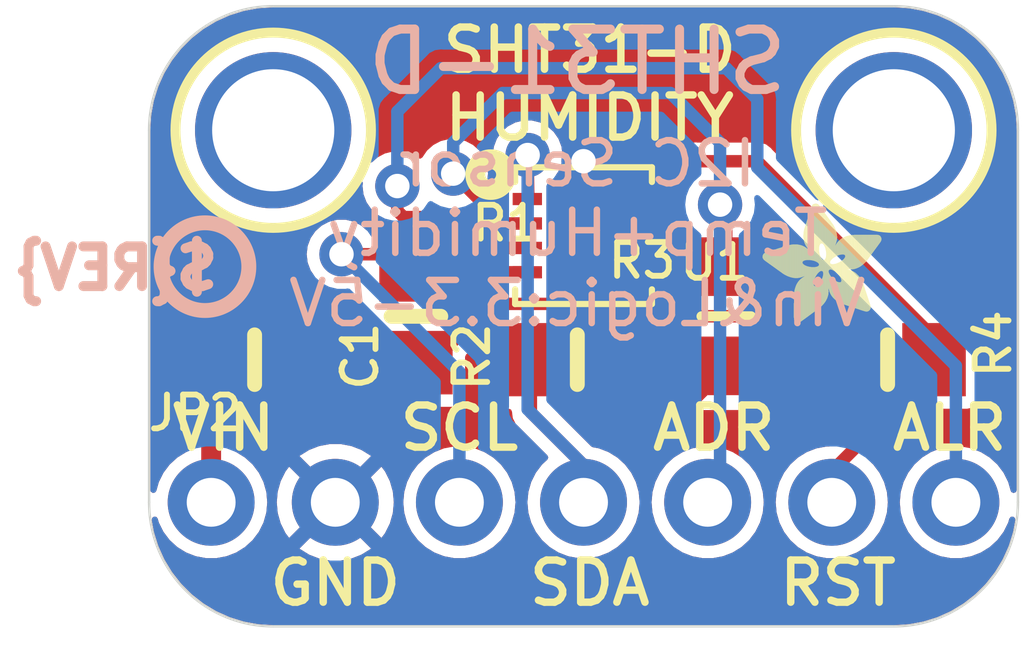
<source format=kicad_pcb>
(kicad_pcb (version 20221018) (generator pcbnew)
  (layers (0 "F.Cu" signal) (31 "B.Cu" signal) (34 "B.Paste" user) (35 "F.Paste" user) (36 "B.SilkS" user "B.Silkscreen") (37 "F.SilkS" user "F.Silkscreen") (38 "B.Mask" user) (39 "F.Mask" user) (44 "Edge.Cuts" user))
  (net 0 "")
  (net 1 "VDD")
  (net 2 "GND")
  (net 3 "SCL")
  (net 4 "SDA")
  (net 5 "ADDR")
  (net 6 "RST")
  (net 7 "ALERT")
  (footprint "working:0805-NO" (layer "F.Cu") (at 154.7241 105.8926)
    (fp_text reference "R4" (at 2.159 -1.0795 90) (layer "F.SilkS") (effects (font (size 0.692831 0.692831) (thickness 0.119969)) (justify right)))
    (fp_text value "10K")
    (pad "1" smd rect (at -0.95 0) (size 1.3 1.5) (layers "F.Cu" "F.Paste" "F.Mask") (net 1 "VDD"))
    (pad "2" smd rect (at 0.95 0) (size 1.3 1.5) (layers "F.Cu" "F.Paste" "F.Mask") (net 6 "RST"))
  )
  (footprint "working:1X07_ROUND_70" (layer "F.Cu") (at 148.5011 108.8136)
    (fp_text reference "JP2" (at -8.9662 -1.8288) (layer "F.SilkS") (effects (font (size 0.692831 0.692831) (thickness 0.119969)) (justify left)))
    (fp_text value "")
    (pad "1" thru_hole circle (at -7.62 0 90) (size 1.778 1.778) (drill 1) (layers "*.Cu" "*.Mask") (net 1 "VDD"))
    (pad "2" thru_hole circle (at -5.08 0 90) (size 1.778 1.778) (drill 1) (layers "*.Cu" "*.Mask") (net 2 "GND"))
    (pad "3" thru_hole circle (at -2.54 0 90) (size 1.778 1.778) (drill 1) (layers "*.Cu" "*.Mask") (net 3 "SCL"))
    (pad "4" thru_hole circle (at 0 0 90) (size 1.778 1.778) (drill 1) (layers "*.Cu" "*.Mask") (net 4 "SDA"))
    (pad "5" thru_hole circle (at 2.54 0 90) (size 1.778 1.778) (drill 1) (layers "*.Cu" "*.Mask") (net 5 "ADDR"))
    (pad "6" thru_hole circle (at 5.08 0 90) (size 1.778 1.778) (drill 1) (layers "*.Cu" "*.Mask") (net 6 "RST"))
    (pad "7" thru_hole circle (at 7.62 0 90) (size 1.778 1.778) (drill 1) (layers "*.Cu" "*.Mask") (net 7 "ALERT"))
  )
  (footprint "working:_0805MP" (layer "F.Cu") (at 151.4221 105.0036 -90)
    (fp_text reference "R3" (at -1.143 2.4765) (layer "F.SilkS") (effects (font (size 0.692831 0.692831) (thickness 0.119969)) (justify left)))
    (fp_text value "10K")
    (pad "1" smd rect (at -1.016 0 270) (size 1.2 1.3) (layers "F.Cu" "F.Paste" "F.Mask") (net 5 "ADDR"))
    (pad "2" smd rect (at 1.016 0 270) (size 1.2 1.3) (layers "F.Cu" "F.Paste" "F.Mask") (net 2 "GND"))
  )
  (footprint "working:FIDUCIAL_1MM" (layer "F.Cu") (at 156.3751 103.9876)
    (fp_text reference "FID3" hide)
    (fp_text value "FIDUCIAL\"\"" hide)
    (pad "1" smd roundrect (at 0 0) (size 1 1) (layers "F.Cu" "F.Mask") (roundrect_rratio 0.5))
  )
  (footprint "working:0805-NO" (layer "F.Cu") (at 141.7701 105.8926)
    (fp_text reference "C1" (at 2.159 -0.8255 90) (layer "F.SilkS") (effects (font (size 0.692831 0.692831) (thickness 0.119969)) (justify right)))
    (fp_text value "10uF")
    (pad "1" smd rect (at -0.95 0) (size 1.3 1.5) (layers "F.Cu" "F.Paste" "F.Mask") (net 1 "VDD"))
    (pad "2" smd rect (at 0.95 0) (size 1.3 1.5) (layers "F.Cu" "F.Paste" "F.Mask") (net 2 "GND"))
  )
  (footprint "working:FIDUCIAL_1MM" (layer "F.Cu") (at 140.7541 103.9876)
    (fp_text reference "FID2" hide)
    (fp_text value "FIDUCIAL\"\"" hide)
    (pad "1" smd roundrect (at 0 0) (size 1 1) (layers "F.Cu" "F.Mask") (roundrect_rratio 0.5))
  )
  (footprint "working:0805-NO" (layer "F.Cu") (at 148.3741 105.8926)
    (fp_text reference "R2" (at -2.159 0.6985 90) (layer "F.SilkS") (effects (font (size 0.692831 0.692831) (thickness 0.119969)) (justify left)))
    (fp_text value "10K")
    (pad "1" smd rect (at -0.95 0) (size 1.3 1.5) (layers "F.Cu" "F.Paste" "F.Mask") (net 4 "SDA"))
    (pad "2" smd rect (at 0.95 0) (size 1.3 1.5) (layers "F.Cu" "F.Paste" "F.Mask") (net 1 "VDD"))
  )
  (footprint "working:MOUNTINGHOLE_2.5_PLATED" (layer "F.Cu") (at 142.1511 101.1936)
    (fp_text reference "U$1" hide)
    (fp_text value "MOUNTINGHOLE2.5" hide)
    (pad "P$1" thru_hole circle (at 0 0) (size 3.2 3.2) (drill 2.5) (layers "*.Cu" "*.Mask"))
    (zone (net 0) (net_name "") (layer "F.Cu") (connect_pads (clearance 0)) (min_thickness 0.25)
      (keepout (tracks not_allowed) (vias not_allowed) (pads not_allowed) (copperpour not_allowed) (footprints allowed))
      (fill (thermal_gap 0.5) (thermal_bridge_width 0.5))
      (polygon (pts (xy 144.1671 101.1936) (xy 144.14748 100.913027) (xy 144.089004 100.637915) (xy 143.992808 100.373619) (xy 143.860765 100.125283) (xy 143.695446 99.89774) (xy 143.500067 99.69542) (xy 143.278433 99.52226) (xy 143.034856 99.381631) (xy 142.774078 99.27627) (xy 142.501175 99.208228) (xy 142.221457 99.178828) (xy 141.940371 99.188644) (xy 141.663385 99.237484) (xy 141.395893 99.324397) (xy 141.1431 99.447693) (xy 140.909926 99.60497) (xy 140.700911 99.793169) (xy 140.520122 100.008625) (xy 140.371078 100.247145) (xy 140.25668 100.504087) (xy 140.179154 100.77445) (xy 140.140011 101.052971) (xy 140.140011 101.334229) (xy 140.179154 101.61275) (xy 140.25668 101.883113) (xy 140.371078 102.140055) (xy 140.520122 102.378575) (xy 140.700911 102.594031) (xy 140.909926 102.78223) (xy 141.1431 102.939507) (xy 141.395893 103.062803) (xy 141.663385 103.149716) (xy 141.940371 103.198556) (xy 142.221457 103.208372) (xy 142.501175 103.178972) (xy 142.774078 103.11093) (xy 143.034856 103.005569) (xy 143.278433 102.86494) (xy 143.500067 102.69178) (xy 143.695446 102.48946) (xy 143.860765 102.261917) (xy 143.992808 102.013581) (xy 144.089004 101.749285) (xy 144.14748 101.474173)))
      (polygon (pts (xy 142.1351 101.1936) (xy 142.139786 101.204914) (xy 142.1511 101.2096) (xy 142.162414 101.204914) (xy 142.1671 101.1936) (xy 142.162414 101.182286) (xy 142.1511 101.1776) (xy 142.139786 101.182286)))
    )
    (zone (net 0) (net_name "") (layer "B.Cu") (connect_pads (clearance 0)) (min_thickness 0.25)
      (keepout (tracks not_allowed) (vias not_allowed) (pads not_allowed) (copperpour not_allowed) (footprints allowed))
      (fill (thermal_gap 0.5) (thermal_bridge_width 0.5))
      (polygon (pts (xy 144.1671 101.1936) (xy 144.14748 100.913027) (xy 144.089004 100.637915) (xy 143.992808 100.373619) (xy 143.860765 100.125283) (xy 143.695446 99.89774) (xy 143.500067 99.69542) (xy 143.278433 99.52226) (xy 143.034856 99.381631) (xy 142.774078 99.27627) (xy 142.501175 99.208228) (xy 142.221457 99.178828) (xy 141.940371 99.188644) (xy 141.663385 99.237484) (xy 141.395893 99.324397) (xy 141.1431 99.447693) (xy 140.909926 99.60497) (xy 140.700911 99.793169) (xy 140.520122 100.008625) (xy 140.371078 100.247145) (xy 140.25668 100.504087) (xy 140.179154 100.77445) (xy 140.140011 101.052971) (xy 140.140011 101.334229) (xy 140.179154 101.61275) (xy 140.25668 101.883113) (xy 140.371078 102.140055) (xy 140.520122 102.378575) (xy 140.700911 102.594031) (xy 140.909926 102.78223) (xy 141.1431 102.939507) (xy 141.395893 103.062803) (xy 141.663385 103.149716) (xy 141.940371 103.198556) (xy 142.221457 103.208372) (xy 142.501175 103.178972) (xy 142.774078 103.11093) (xy 143.034856 103.005569) (xy 143.278433 102.86494) (xy 143.500067 102.69178) (xy 143.695446 102.48946) (xy 143.860765 102.261917) (xy 143.992808 102.013581) (xy 144.089004 101.749285) (xy 144.14748 101.474173)))
      (polygon (pts (xy 142.1351 101.1936) (xy 142.139786 101.204914) (xy 142.1511 101.2096) (xy 142.162414 101.204914) (xy 142.1671 101.1936) (xy 142.162414 101.182286) (xy 142.1511 101.1776) (xy 142.139786 101.182286)))
    )
  )
  (footprint "working:MOUNTINGHOLE_2.5_PLATED" (layer "F.Cu") (at 154.8511 101.1936)
    (fp_text reference "U$2" hide)
    (fp_text value "MOUNTINGHOLE2.5" hide)
    (pad "P$1" thru_hole circle (at 0 0) (size 3.2 3.2) (drill 2.5) (layers "*.Cu" "*.Mask"))
    (zone (net 0) (net_name "") (layer "F.Cu") (connect_pads (clearance 0)) (min_thickness 0.25)
      (keepout (tracks not_allowed) (vias not_allowed) (pads not_allowed) (copperpour not_allowed) (footprints allowed))
      (fill (thermal_gap 0.5) (thermal_bridge_width 0.5))
      (polygon (pts (xy 156.8671 101.1936) (xy 156.84748 100.913027) (xy 156.789004 100.637915) (xy 156.692808 100.373619) (xy 156.560765 100.125283) (xy 156.395446 99.89774) (xy 156.200067 99.69542) (xy 155.978433 99.52226) (xy 155.734856 99.381631) (xy 155.474078 99.27627) (xy 155.201175 99.208228) (xy 154.921457 99.178828) (xy 154.640371 99.188644) (xy 154.363385 99.237484) (xy 154.095893 99.324397) (xy 153.8431 99.447693) (xy 153.609926 99.60497) (xy 153.400911 99.793169) (xy 153.220122 100.008625) (xy 153.071078 100.247145) (xy 152.95668 100.504087) (xy 152.879154 100.77445) (xy 152.840011 101.052971) (xy 152.840011 101.334229) (xy 152.879154 101.61275) (xy 152.95668 101.883113) (xy 153.071078 102.140055) (xy 153.220122 102.378575) (xy 153.400911 102.594031) (xy 153.609926 102.78223) (xy 153.8431 102.939507) (xy 154.095893 103.062803) (xy 154.363385 103.149716) (xy 154.640371 103.198556) (xy 154.921457 103.208372) (xy 155.201175 103.178972) (xy 155.474078 103.11093) (xy 155.734856 103.005569) (xy 155.978433 102.86494) (xy 156.200067 102.69178) (xy 156.395446 102.48946) (xy 156.560765 102.261917) (xy 156.692808 102.013581) (xy 156.789004 101.749285) (xy 156.84748 101.474173)))
      (polygon (pts (xy 154.8351 101.1936) (xy 154.839786 101.204914) (xy 154.8511 101.2096) (xy 154.862414 101.204914) (xy 154.8671 101.1936) (xy 154.862414 101.182286) (xy 154.8511 101.1776) (xy 154.839786 101.182286)))
    )
    (zone (net 0) (net_name "") (layer "B.Cu") (connect_pads (clearance 0)) (min_thickness 0.25)
      (keepout (tracks not_allowed) (vias not_allowed) (pads not_allowed) (copperpour not_allowed) (footprints allowed))
      (fill (thermal_gap 0.5) (thermal_bridge_width 0.5))
      (polygon (pts (xy 156.8671 101.1936) (xy 156.84748 100.913027) (xy 156.789004 100.637915) (xy 156.692808 100.373619) (xy 156.560765 100.125283) (xy 156.395446 99.89774) (xy 156.200067 99.69542) (xy 155.978433 99.52226) (xy 155.734856 99.381631) (xy 155.474078 99.27627) (xy 155.201175 99.208228) (xy 154.921457 99.178828) (xy 154.640371 99.188644) (xy 154.363385 99.237484) (xy 154.095893 99.324397) (xy 153.8431 99.447693) (xy 153.609926 99.60497) (xy 153.400911 99.793169) (xy 153.220122 100.008625) (xy 153.071078 100.247145) (xy 152.95668 100.504087) (xy 152.879154 100.77445) (xy 152.840011 101.052971) (xy 152.840011 101.334229) (xy 152.879154 101.61275) (xy 152.95668 101.883113) (xy 153.071078 102.140055) (xy 153.220122 102.378575) (xy 153.400911 102.594031) (xy 153.609926 102.78223) (xy 153.8431 102.939507) (xy 154.095893 103.062803) (xy 154.363385 103.149716) (xy 154.640371 103.198556) (xy 154.921457 103.208372) (xy 155.201175 103.178972) (xy 155.474078 103.11093) (xy 155.734856 103.005569) (xy 155.978433 102.86494) (xy 156.200067 102.69178) (xy 156.395446 102.48946) (xy 156.560765 102.261917) (xy 156.692808 102.013581) (xy 156.789004 101.749285) (xy 156.84748 101.474173)))
      (polygon (pts (xy 154.8351 101.1936) (xy 154.839786 101.204914) (xy 154.8511 101.2096) (xy 154.862414 101.204914) (xy 154.8671 101.1936) (xy 154.862414 101.182286) (xy 154.8511 101.1776) (xy 154.839786 101.182286)))
    )
  )
  (footprint "working:SHT3X" (layer "F.Cu") (at 148.5011 103.3526)
    (fp_text reference "U1" (at 1.91 0.549) (layer "F.SilkS") (effects (font (size 0.692831 0.692831) (thickness 0.119969)) (justify left)))
    (fp_text value "SHT31-DIS")
    (pad "1" smd rect (at -1.15 -0.75 90) (size 0.25 0.6) (layers "F.Cu" "F.Paste" "F.Mask") (net 4 "SDA"))
    (pad "2" smd rect (at -1.15 -0.25 90) (size 0.25 0.6) (layers "F.Cu" "F.Paste" "F.Mask") (net 5 "ADDR"))
    (pad "3" smd rect (at -1.15 0.25 90) (size 0.25 0.6) (layers "F.Cu" "F.Paste" "F.Mask") (net 7 "ALERT"))
    (pad "4" smd rect (at -1.15 0.75 90) (size 0.25 0.6) (layers "F.Cu" "F.Paste" "F.Mask") (net 3 "SCL"))
    (pad "5" smd rect (at 1.15 0.75 270) (size 0.25 0.6) (layers "F.Cu" "F.Paste" "F.Mask") (net 1 "VDD"))
    (pad "6" smd rect (at 1.15 0.25 270) (size 0.25 0.6) (layers "F.Cu" "F.Paste" "F.Mask") (net 6 "RST"))
    (pad "7" smd rect (at 1.15 -0.25 270) (size 0.25 0.6) (layers "F.Cu" "F.Paste" "F.Mask") (net 2 "GND"))
    (pad "8" smd rect (at 1.15 -0.75 270) (size 0.25 0.6) (layers "F.Cu" "F.Paste" "F.Mask") (net 2 "GND"))
    (pad "THERMAL" smd rect (at 0 0) (size 1 1.7) (layers "F.Cu" "F.Paste" "F.Mask") (net 2 "GND"))
  )
  (footprint "working:ADAFRUIT_2.5MM" (layer "F.Cu") (at 154.5971 105.1306 90)
    (fp_text reference "U$13" hide)
    (fp_text value "" hide)
  )
  (footprint "working:0805-NO" (layer "F.Cu") (at 145.0721 105.0036 -90)
    (fp_text reference "R1" (at -1.905 -1.0795) (layer "F.SilkS") (effects (font (size 0.692831 0.692831) (thickness 0.119969)) (justify left)))
    (fp_text value "10K")
    (pad "1" smd rect (at -0.95 0 270) (size 1.3 1.5) (layers "F.Cu" "F.Paste" "F.Mask") (net 3 "SCL"))
    (pad "2" smd rect (at 0.95 0 270) (size 1.3 1.5) (layers "F.Cu" "F.Paste" "F.Mask") (net 1 "VDD"))
  )
  (footprint "working:PCBFEAT-REV-040" (layer "B.Cu") (at 140.7541 103.9876 180)
    (fp_text reference "U$11" hide)
    (fp_text value "" hide)
    (fp_text user "${REV}" (at -0.3556 -0.508) (layer "B.SilkS") (effects (font (size 0.8128 0.8128) (thickness 0.2032)) (justify left bottom mirror)))
  )
  (gr_arc (start 157.3911 108.8136) (mid 156.647151 110.609651) (end 154.8511 111.3536) (stroke (width 0.05)) (layer "Edge.Cuts"))
  (gr_arc (start 142.1511 111.3536) (mid 140.355049 110.609651) (end 139.6111 108.8136) (stroke (width 0.05)) (layer "Edge.Cuts"))
  (gr_line (start 142.1511 98.6536) (end 154.8511 98.6536) (stroke (width 0.05)) (layer "Edge.Cuts"))
  (gr_line (start 157.3911 101.1936) (end 157.3911 108.8136) (stroke (width 0.05)) (layer "Edge.Cuts"))
  (gr_arc (start 154.8511 98.6536) (mid 156.647151 99.397549) (end 157.3911 101.1936) (stroke (width 0.05)) (layer "Edge.Cuts"))
  (gr_line (start 139.6111 108.8136) (end 139.6111 101.1936) (stroke (width 0.05)) (layer "Edge.Cuts"))
  (gr_arc (start 139.6111 101.1936) (mid 140.355049 99.397549) (end 142.1511 98.6536) (stroke (width 0.05)) (layer "Edge.Cuts"))
  (gr_line (start 154.8511 111.3536) (end 142.1511 111.3536) (stroke (width 0.05)) (layer "Edge.Cuts"))
  (gr_text "Vin&Logic:3.3-5V" (at 148.3741 105.2576) (layer "B.SilkS") (effects (font (size 0.88392 0.88392) (thickness 0.13208)) (justify bottom mirror)))
  (gr_text "SHT31-D" (at 148.3741 99.7966) (layer "B.SilkS") (effects (font (size 1.237488 1.237488) (thickness 0.184912)) (justify mirror)))
  (gr_text "I2C Sensor\nTemp+Humidity" (at 148.3741 102.5906) (layer "B.SilkS") (effects (font (size 0.88392 0.88392) (thickness 0.13208)) (justify mirror)))
  (gr_text "VIN" (at 141.1351 107.7976) (layer "F.SilkS") (effects (font (size 0.8636 0.8636) (thickness 0.1524)) (justify bottom)))
  (gr_text "ADR" (at 151.1681 107.7976) (layer "F.SilkS") (effects (font (size 0.8636 0.8636) (thickness 0.1524)) (justify bottom)))
  (gr_text "SHT31-D\nHUMIDITY" (at 148.6281 101.4476) (layer "F.SilkS") (effects (font (size 0.8636 0.8636) (thickness 0.1524)) (justify bottom)))
  (gr_text "RST" (at 153.7081 110.9726) (layer "F.SilkS") (effects (font (size 0.8636 0.8636) (thickness 0.1524)) (justify bottom)))
  (gr_text "SDA" (at 148.6281 110.9726) (layer "F.SilkS") (effects (font (size 0.8636 0.8636) (thickness 0.1524)) (justify bottom)))
  (gr_text "GND" (at 143.4211 110.9726) (layer "F.SilkS") (effects (font (size 0.8636 0.8636) (thickness 0.1524)) (justify bottom)))
  (gr_text "ALR" (at 155.9941 107.7976) (layer "F.SilkS") (effects (font (size 0.8636 0.8636) (thickness 0.1524)) (justify bottom)))
  (gr_text "SCL" (at 145.9611 107.7976) (layer "F.SilkS") (effects (font (size 0.8636 0.8636) (thickness 0.1524)) (justify bottom)))
  (segment (start 140.8811 108.8136) (end 140.8811 106.0806) (width 0.4064) (layer "F.Cu") (net 1))
  (segment (start 149.2631 104.7496) (end 149.3241 104.8766) (width 0.254) (layer "F.Cu") (net 1))
  (segment (start 141.1351 105.7046) (end 140.8201 105.8926) (width 0.254) (layer "F.Cu") (net 1))
  (segment (start 145.2651 106.0806) (end 146.5961 104.7496) (width 0.254) (layer "F.Cu") (net 1))
  (segment (start 153.3271 106.0196) (end 153.7741 105.8926) (width 0.254) (layer "F.Cu") (net 1))
  (segment (start 149.3241 104.8766) (end 149.3241 105.8926) (width 0.254) (layer "F.Cu") (net 1))
  (segment (start 143.5481 104.6226) (end 145.0061 106.0806) (width 0.254) (layer "F.Cu") (net 1))
  (segment (start 145.0721 105.9536) (end 145.2651 106.0806) (width 0.254) (layer "F.Cu") (net 1))
  (segment (start 141.1351 105.3846) (end 141.1351 105.7046) (width 0.254) (layer "F.Cu") (net 1))
  (segment (start 149.3901 105.0036) (end 152.3111 105.0036) (width 0.254) (layer "F.Cu") (net 1))
  (segment (start 145.0061 106.0806) (end 145.0721 105.9536) (width 0.254) (layer "F.Cu") (net 1))
  (segment (start 149.3241 104.4296) (end 149.3241 104.8766) (width 0.254) (layer "F.Cu") (net 1))
  (segment (start 146.5961 104.7496) (end 149.2631 104.7496) (width 0.254) (layer "F.Cu") (net 1))
  (segment (start 149.6511 104.1026) (end 149.3241 104.4296) (width 0.254) (layer "F.Cu") (net 1))
  (segment (start 152.3111 105.0036) (end 153.3271 106.0196) (width 0.254) (layer "F.Cu") (net 1))
  (segment (start 143.5481 104.6226) (end 141.8971 104.6226) (width 0.254) (layer "F.Cu") (net 1))
  (segment (start 140.8811 106.0806) (end 140.8201 105.8926) (width 0.4064) (layer "F.Cu") (net 1))
  (segment (start 141.8971 104.6226) (end 141.1351 105.3846) (width 0.254) (layer "F.Cu") (net 1))
  (segment (start 149.2631 104.7496) (end 149.3901 105.0036) (width 0.254) (layer "F.Cu") (net 1))
  (segment (start 149.6511 102.6026) (end 148.6161 102.6026) (width 0.254) (layer "F.Cu") (net 2))
  (segment (start 149.6511 103.1026) (end 148.7511 103.1026) (width 0.254) (layer "F.Cu") (net 2))
  (segment (start 148.7511 103.1026) (end 148.5011 103.3526) (width 0.254) (layer "F.Cu") (net 2))
  (segment (start 148.5011 102.7176) (end 148.5011 103.3526) (width 0.254) (layer "F.Cu") (net 2))
  (segment (start 148.6161 102.6026) (end 148.5011 102.7176) (width 0.254) (layer "F.Cu") (net 2))
  (via (at 148.5011 101.8286) (size 0.9064) (drill 0.5) (layers "F.Cu" "B.Cu") (net 2))
  (segment (start 147.3511 104.1026) (end 145.2771 104.1026) (width 0.254) (layer "F.Cu") (net 3))
  (segment (start 144.7521 103.7336) (end 143.5481 103.7336) (width 0.254) (layer "F.Cu") (net 3))
  (segment (start 145.0721 104.0536) (end 144.7521 103.7336) (width 0.254) (layer "F.Cu") (net 3))
  (segment (start 145.2771 104.1026) (end 145.0721 104.0536) (width 0.254) (layer "F.Cu") (net 3))
  (via (at 143.5481 103.7336) (size 0.9064) (drill 0.5) (layers "F.Cu" "B.Cu") (net 3))
  (segment (start 145.9611 106.1466) (end 145.9611 108.8136) (width 0.254) (layer "B.Cu") (net 3))
  (segment (start 143.5481 103.7336) (end 145.9611 106.1466) (width 0.254) (layer "B.Cu") (net 3))
  (segment (start 147.3701 102.4756) (end 147.3581 101.7016) (width 0.254) (layer "F.Cu") (net 4))
  (segment (start 148.5011 108.0516) (end 148.5011 108.8136) (width 0.254) (layer "F.Cu") (net 4))
  (segment (start 147.3511 102.6026) (end 147.3701 102.4756) (width 0.254) (layer "F.Cu") (net 4))
  (segment (start 147.4241 106.9746) (end 148.5011 108.0516) (width 0.254) (layer "F.Cu") (net 4))
  (segment (start 147.4241 105.8926) (end 147.4241 106.9746) (width 0.254) (layer "F.Cu") (net 4))
  (via (at 147.3581 101.7016) (size 0.9064) (drill 0.5) (layers "F.Cu" "B.Cu") (net 4))
  (segment (start 147.3581 101.7016) (end 147.3581 106.9086) (width 0.254) (layer "B.Cu") (net 4))
  (segment (start 148.5011 108.0516) (end 148.5011 108.8136) (width 0.254) (layer "B.Cu") (net 4))
  (segment (start 147.3581 106.9086) (end 148.5011 108.0516) (width 0.254) (layer "B.Cu") (net 4))
  (segment (start 151.4221 102.8446) (end 151.4221 103.9876) (width 0.254) (layer "F.Cu") (net 5))
  (segment (start 147.3511 103.1026) (end 146.8541 103.1026) (width 0.254) (layer "F.Cu") (net 5))
  (segment (start 151.2951 102.7176) (end 151.4221 102.8446) (width 0.254) (layer "F.Cu") (net 5))
  (segment (start 146.8541 103.1026) (end 145.8341 102.0826) (width 0.254) (layer "F.Cu") (net 5))
  (via (at 145.8341 102.0826) (size 0.9064) (drill 0.5) (layers "F.Cu" "B.Cu") (net 5))
  (via (at 151.2951 102.7176) (size 0.9064) (drill 0.5) (layers "F.Cu" "B.Cu") (net 5))
  (segment (start 146.8501 100.4316) (end 150.2791 100.4316) (width 0.254) (layer "B.Cu") (net 5))
  (segment (start 145.8341 101.4476) (end 146.8501 100.4316) (width 0.254) (layer "B.Cu") (net 5))
  (segment (start 145.8341 102.0826) (end 145.8341 101.4476) (width 0.254) (layer "B.Cu") (net 5))
  (segment (start 150.2791 100.4316) (end 151.2951 101.4476) (width 0.254) (layer "B.Cu") (net 5))
  (segment (start 151.2951 108.8136) (end 151.2951 102.7176) (width 0.254) (layer "B.Cu") (net 5))
  (segment (start 151.2951 101.4476) (end 151.2951 102.7176) (width 0.254) (layer "B.Cu") (net 5))
  (segment (start 151.0411 108.8136) (end 151.2951 108.8136) (width 0.254) (layer "B.Cu") (net 5))
  (segment (start 153.5811 108.1786) (end 153.5811 108.8136) (width 0.254) (layer "F.Cu") (net 6))
  (segment (start 150.4061 102.2096) (end 150.7871 101.8286) (width 0.254) (layer "F.Cu") (net 6))
  (segment (start 155.2931 106.4666) (end 153.5811 108.1786) (width 0.254) (layer "F.Cu") (net 6))
  (segment (start 149.6551 103.6066) (end 150.4061 103.6066) (width 0.254) (layer "F.Cu") (net 6))
  (segment (start 150.7871 101.8286) (end 152.0571 101.8286) (width 0.254) (layer "F.Cu") (net 6))
  (segment (start 149.6511 103.6026) (end 149.6551 103.6066) (width 0.254) (layer "F.Cu") (net 6))
  (segment (start 155.6741 105.8926) (end 155.2931 106.4666) (width 0.254) (layer "F.Cu") (net 6))
  (segment (start 155.6741 105.4456) (end 155.6741 105.8926) (width 0.254) (layer "F.Cu") (net 6))
  (segment (start 152.0571 101.8286) (end 155.6741 105.4456) (width 0.254) (layer "F.Cu") (net 6))
  (segment (start 150.4061 103.6066) (end 150.4061 102.2096) (width 0.254) (layer "F.Cu") (net 6))
  (segment (start 144.8181 102.9716) (end 144.6911 102.8446) (width 0.254) (layer "F.Cu") (net 7))
  (segment (start 147.3511 103.6026) (end 146.5921 103.6026) (width 0.254) (layer "F.Cu") (net 7))
  (segment (start 144.6911 102.8446) (end 144.6911 102.3366) (width 0.254) (layer "F.Cu") (net 7))
  (segment (start 146.5921 103.6026) (end 145.9611 102.9716) (width 0.254) (layer "F.Cu") (net 7))
  (segment (start 145.9611 102.9716) (end 144.8181 102.9716) (width 0.254) (layer "F.Cu") (net 7))
  (via (at 144.6911 102.3366) (size 0.9064) (drill 0.5) (layers "F.Cu" "B.Cu") (net 7))
  (segment (start 145.5801 99.9236) (end 151.4221 99.9236) (width 0.254) (layer "B.Cu") (net 7))
  (segment (start 152.0571 100.5586) (end 152.0571 101.9556) (width 0.254) (layer "B.Cu") (net 7))
  (segment (start 152.0571 101.9556) (end 156.1211 106.0196) (width 0.254) (layer "B.Cu") (net 7))
  (segment (start 144.6911 102.3366) (end 144.6911 100.8126) (width 0.254) (layer "B.Cu") (net 7))
  (segment (start 156.1211 106.0196) (end 156.1211 108.8136) (width 0.254) (layer "B.Cu") (net 7))
  (segment (start 151.4221 99.9236) (end 152.0571 100.5586) (width 0.254) (layer "B.Cu") (net 7))
  (segment (start 144.6911 100.8126) (end 145.5801 99.9236) (width 0.254) (layer "B.Cu") (net 7))
  (zone (net 2) (net_name "GND") (layer "F.Cu") (priority 6) (connect_pads (clearance 0.254)) (min_thickness 0.127) (fill yes (thermal_gap 0.304) (thermal_bridge_width 0.304))
    (polygon (pts (xy 155.172599 98.545815) (xy 155.489411 98.603873) (xy 155.796913 98.699695) (xy 156.090625 98.831884) (xy 156.36626 98.998511) (xy 156.619802 99.197148) (xy 156.847552 99.424898) (xy 157.046189 99.67844) (xy 157.212816 99.954075) (xy 157.345005 100.247787) (xy 157.440827 100.555289) (xy 157.498885 100.872101) (xy 157.5181 101.189763) (xy 157.5181 111.4806) (xy 139.4841 111.4806) (xy 139.4841 101.189763) (xy 139.503315 100.872101) (xy 139.561373 100.555289) (xy 139.657195 100.247787) (xy 139.789384 99.954075) (xy 139.956011 99.67844) (xy 140.154648 99.424898) (xy 140.382398 99.197148) (xy 140.63594 98.998511) (xy 140.911575 98.831884) (xy 141.205287 98.699695) (xy 141.512789 98.603873) (xy 141.829601 98.545815) (xy 142.147263 98.5266) (xy 154.854937 98.5266)))
  )
  (zone (net 2) (net_name "GND") (layer "B.Cu") (priority 6) (connect_pads (clearance 0.254)) (min_thickness 0.127) (fill yes (thermal_gap 0.304) (thermal_bridge_width 0.304))
    (polygon (pts (xy 155.172599 98.545815) (xy 155.489411 98.603873) (xy 155.796913 98.699695) (xy 156.090625 98.831884) (xy 156.36626 98.998511) (xy 156.619802 99.197148) (xy 156.847552 99.424898) (xy 157.046189 99.67844) (xy 157.212816 99.954075) (xy 157.345005 100.247787) (xy 157.440827 100.555289) (xy 157.498885 100.872101) (xy 157.5181 101.189763) (xy 157.5181 111.4806) (xy 139.4841 111.4806) (xy 139.4841 101.189763) (xy 139.503315 100.872101) (xy 139.561373 100.555289) (xy 139.657195 100.247787) (xy 139.789384 99.954075) (xy 139.956011 99.67844) (xy 140.154648 99.424898) (xy 140.382398 99.197148) (xy 140.63594 98.998511) (xy 140.911575 98.831884) (xy 141.205287 98.699695) (xy 141.512789 98.603873) (xy 141.829601 98.545815) (xy 142.147263 98.5266) (xy 154.854937 98.5266)))
  )
)
</source>
